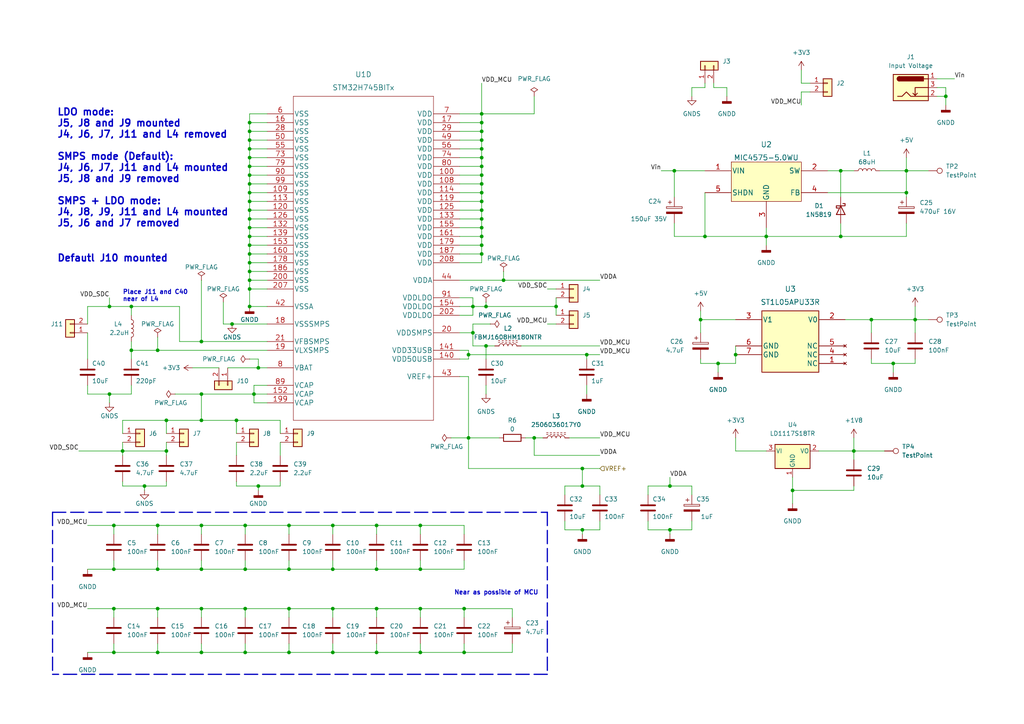
<source format=kicad_sch>
(kicad_sch (version 20211123) (generator eeschema)
  (paper "A4")
  (title_block (title "Power") (date "2022-11-20") (rev "Rev. 1") (company "HardGFX") (comment 1 "Esp. Eng. Sciarrone, Hanes Nahuel") (comment 2 "Master in embedded systems") (comment 3 "UBA - Facultad de Ingeniería"))
  (junction (at 137.16 88.9))
  (junction (at 140.97 88.9))
  (junction (at 72.39 38.1))
  (junction (at 48.26 130.81))
  (junction (at 58.42 152.4))
  (junction (at 45.72 176.53))
  (junction (at 68.58 121.92))
  (junction (at 83.82 152.4))
  (junction (at 38.1 101.6))
  (junction (at 96.52 152.4))
  (junction (at 139.7 35.56))
  (junction (at 72.39 63.5))
  (junction (at 71.12 165.1))
  (junction (at 139.7 38.1))
  (junction (at 168.91 153.67))
  (junction (at 45.72 165.1))
  (junction (at 58.42 114.3))
  (junction (at 35.56 130.81))
  (junction (at 72.39 43.18))
  (junction (at 72.39 50.8))
  (junction (at 96.52 189.23))
  (junction (at 203.2 92.71))
  (junction (at 71.12 189.23))
  (junction (at 72.39 40.64))
  (junction (at 229.87 142.24))
  (junction (at 72.39 71.12))
  (junction (at 71.12 152.4))
  (junction (at 247.65 130.81))
  (junction (at 109.22 189.23))
  (junction (at 140.97 100.33))
  (junction (at 135.89 127))
  (junction (at 33.02 189.23))
  (junction (at 265.43 92.71))
  (junction (at 168.91 135.89))
  (junction (at 139.7 73.66))
  (junction (at 139.7 48.26))
  (junction (at 72.39 55.88))
  (junction (at 31.75 88.9))
  (junction (at 194.31 153.67))
  (junction (at 58.42 189.23))
  (junction (at 139.7 60.96))
  (junction (at 137.16 96.52))
  (junction (at 262.89 55.88))
  (junction (at 168.91 140.97))
  (junction (at 208.28 105.41))
  (junction (at 72.39 53.34))
  (junction (at 83.82 176.53))
  (junction (at 33.02 176.53))
  (junction (at 83.82 189.23))
  (junction (at 139.7 50.8))
  (junction (at 213.36 102.87))
  (junction (at 72.39 83.82))
  (junction (at 72.39 60.96))
  (junction (at 72.39 58.42))
  (junction (at 72.39 45.72))
  (junction (at 274.32 27.94))
  (junction (at 72.39 35.56))
  (junction (at 135.89 102.87))
  (junction (at 139.7 63.5))
  (junction (at 139.7 58.42))
  (junction (at 96.52 165.1))
  (junction (at 58.42 165.1))
  (junction (at 109.22 165.1))
  (junction (at 109.22 176.53))
  (junction (at 121.92 152.4))
  (junction (at 262.89 49.53))
  (junction (at 72.39 68.58))
  (junction (at 83.82 165.1))
  (junction (at 243.84 68.58))
  (junction (at 139.7 45.72))
  (junction (at 121.92 189.23))
  (junction (at 139.7 40.64))
  (junction (at 33.02 165.1))
  (junction (at 139.7 53.34))
  (junction (at 139.7 55.88))
  (junction (at 96.52 176.53))
  (junction (at 161.29 88.9))
  (junction (at 259.08 105.41))
  (junction (at 139.7 66.04))
  (junction (at 170.18 102.87))
  (junction (at 38.1 88.9))
  (junction (at 154.94 127))
  (junction (at 33.02 152.4))
  (junction (at 121.92 176.53))
  (junction (at 72.39 76.2))
  (junction (at 204.47 68.58))
  (junction (at 45.72 189.23))
  (junction (at 121.92 165.1))
  (junction (at 45.72 152.4))
  (junction (at 139.7 71.12))
  (junction (at 139.7 33.02))
  (junction (at 222.25 68.58))
  (junction (at 72.39 66.04))
  (junction (at 58.42 99.06))
  (junction (at 195.58 49.53))
  (junction (at 134.62 176.53))
  (junction (at 45.72 101.6))
  (junction (at 41.91 140.97))
  (junction (at 58.42 176.53))
  (junction (at 146.05 81.28))
  (junction (at 72.39 48.26))
  (junction (at 72.39 88.9))
  (junction (at 139.7 68.58))
  (junction (at 74.93 106.68))
  (junction (at 31.75 114.3))
  (junction (at 71.12 176.53))
  (junction (at 73.66 114.3))
  (junction (at 139.7 43.18))
  (junction (at 243.84 49.53))
  (junction (at 67.31 93.98))
  (junction (at 72.39 78.74))
  (junction (at 109.22 152.4))
  (junction (at 48.26 121.92))
  (junction (at 134.62 189.23))
  (junction (at 252.73 92.71))
  (junction (at 194.31 140.97))
  (junction (at 72.39 81.28))
  (junction (at 72.39 73.66))
  (junction (at 58.42 121.92))
  (junction (at 74.93 140.97))
  (wire (pts (xy 154.94 127) (xy 157.48 127)))
  (wire (pts (xy 25.4 96.52) (xy 25.4 104.14)))
  (wire (pts (xy 74.93 140.97) (xy 74.93 142.24)))
  (wire (pts (xy 45.72 189.23) (xy 58.42 189.23)))
  (wire (pts (xy 262.89 64.77) (xy 262.89 68.58)))
  (wire (pts (xy 139.7 53.34) (xy 139.7 50.8)))
  (wire (pts (xy 139.7 38.1) (xy 139.7 35.56)))
  (wire (pts (xy 234.95 24.13) (xy 232.41 24.13)))
  (wire (pts (xy 72.39 55.88) (xy 72.39 53.34)))
  (wire (pts (xy 265.43 92.71) (xy 265.43 96.52)))
  (wire (pts (xy 139.7 63.5) (xy 139.7 60.96)))
  (wire (pts (xy 38.1 114.3) (xy 31.75 114.3)))
  (wire (pts (xy 133.35 68.58) (xy 139.7 68.58)))
  (wire (pts (xy 38.1 99.06) (xy 38.1 101.6)))
  (wire (pts (xy 68.58 140.97) (xy 74.93 140.97)))
  (wire (pts (xy 33.02 162.56) (xy 33.02 165.1)))
  (wire (pts (xy 35.56 130.81) (xy 48.26 130.81)))
  (wire (pts (xy 146.05 81.28) (xy 173.99 81.28)))
  (wire (pts (xy 66.04 106.68) (xy 74.93 106.68)))
  (wire (pts (xy 133.35 48.26) (xy 139.7 48.26)))
  (wire (pts (xy 163.83 143.51) (xy 163.83 140.97)))
  (wire (pts (xy 262.89 45.72) (xy 262.89 49.53)))
  (wire (pts (xy 72.39 78.74) (xy 77.47 78.74)))
  (wire (pts (xy 96.52 152.4) (xy 109.22 152.4)))
  (wire (pts (xy 58.42 189.23) (xy 71.12 189.23)))
  (wire (pts (xy 58.42 165.1) (xy 71.12 165.1)))
  (wire (pts (xy 139.7 35.56) (xy 139.7 33.02)))
  (wire (pts (xy 68.58 125.73) (xy 68.58 121.92)))
  (wire (pts (xy 173.99 153.67) (xy 168.91 153.67)))
  (wire (pts (xy 72.39 76.2) (xy 72.39 73.66)))
  (wire (pts (xy 45.72 152.4) (xy 45.72 154.94)))
  (wire (pts (xy 173.99 151.13) (xy 173.99 153.67)))
  (wire (pts (xy 25.4 111.76) (xy 25.4 114.3)))
  (wire (pts (xy 262.89 55.88) (xy 262.89 57.15)))
  (wire (pts (xy 72.39 55.88) (xy 77.47 55.88)))
  (wire (pts (xy 55.88 106.68) (xy 63.5 106.68)))
  (wire (pts (xy 73.66 114.3) (xy 58.42 114.3)))
  (wire (pts (xy 58.42 176.53) (xy 58.42 179.07)))
  (wire (pts (xy 195.58 49.53) (xy 195.58 57.15)))
  (wire (pts (xy 135.89 109.22) (xy 133.35 109.22)))
  (wire (pts (xy 45.72 97.79) (xy 45.72 101.6)))
  (wire (pts (xy 240.03 49.53) (xy 243.84 49.53)))
  (wire (pts (xy 134.62 189.23) (xy 134.62 186.69)))
  (wire (pts (xy 274.32 27.94) (xy 274.32 30.48)))
  (wire (pts (xy 222.25 66.04) (xy 222.25 68.58)))
  (wire (pts (xy 83.82 189.23) (xy 96.52 189.23)))
  (wire (pts (xy 81.28 125.73) (xy 81.28 121.92)))
  (wire (pts (xy 139.7 48.26) (xy 139.7 45.72)))
  (wire (pts (xy 109.22 176.53) (xy 109.22 179.07)))
  (wire (pts (xy 72.39 83.82) (xy 77.47 83.82)))
  (wire (pts (xy 58.42 152.4) (xy 58.42 154.94)))
  (wire (pts (xy 71.12 189.23) (xy 83.82 189.23)))
  (wire (pts (xy 133.35 43.18) (xy 139.7 43.18)))
  (wire (pts (xy 262.89 49.53) (xy 262.89 55.88)))
  (wire (pts (xy 252.73 104.14) (xy 252.73 105.41)))
  (wire (pts (xy 52.07 88.9) (xy 38.1 88.9)))
  (wire (pts (xy 229.87 142.24) (xy 229.87 146.05)))
  (wire (pts (xy 48.26 121.92) (xy 48.26 125.73)))
  (wire (pts (xy 133.35 55.88) (xy 139.7 55.88)))
  (wire (pts (xy 133.35 71.12) (xy 139.7 71.12)))
  (wire (pts (xy 109.22 176.53) (xy 121.92 176.53)))
  (wire (pts (xy 31.75 88.9) (xy 31.75 86.36)))
  (wire (pts (xy 72.39 50.8) (xy 77.47 50.8)))
  (wire (pts (xy 72.39 58.42) (xy 72.39 55.88)))
  (wire (pts (xy 200.66 140.97) (xy 194.31 140.97)))
  (wire (pts (xy 109.22 165.1) (xy 121.92 165.1)))
  (polyline (pts (xy 158.75 195.58) (xy 15.24 195.58)) (stroke (width 0.35)))
  (wire (pts (xy 134.62 152.4) (xy 134.62 154.94)))
  (wire (pts (xy 33.02 186.69) (xy 33.02 189.23)))
  (wire (pts (xy 68.58 121.92) (xy 58.42 121.92)))
  (wire (pts (xy 168.91 135.89) (xy 135.89 135.89)))
  (wire (pts (xy 208.28 105.41) (xy 208.28 107.95)))
  (wire (pts (xy 133.35 73.66) (xy 139.7 73.66)))
  (wire (pts (xy 234.95 26.67) (xy 232.41 26.67)))
  (wire (pts (xy 139.7 68.58) (xy 139.7 66.04)))
  (wire (pts (xy 74.93 106.68) (xy 77.47 106.68)))
  (wire (pts (xy 71.12 176.53) (xy 83.82 176.53)))
  (wire (pts (xy 135.89 135.89) (xy 135.89 127)))
  (wire (pts (xy 200.66 143.51) (xy 200.66 140.97)))
  (wire (pts (xy 45.72 176.53) (xy 45.72 179.07)))
  (wire (pts (xy 232.41 26.67) (xy 232.41 30.48)))
  (wire (pts (xy 204.47 24.13) (xy 204.47 25.4)))
  (wire (pts (xy 262.89 49.53) (xy 269.24 49.53)))
  (wire (pts (xy 38.1 101.6) (xy 45.72 101.6)))
  (wire (pts (xy 252.73 92.71) (xy 252.73 96.52)))
  (wire (pts (xy 72.39 45.72) (xy 72.39 43.18)))
  (wire (pts (xy 262.89 68.58) (xy 243.84 68.58)))
  (wire (pts (xy 165.1 127) (xy 173.99 127)))
  (wire (pts (xy 140.97 88.9) (xy 137.16 88.9)))
  (wire (pts (xy 265.43 88.9) (xy 265.43 92.71)))
  (wire (pts (xy 72.39 50.8) (xy 72.39 48.26)))
  (wire (pts (xy 154.94 33.02) (xy 139.7 33.02)))
  (wire (pts (xy 187.96 151.13) (xy 187.96 153.67)))
  (wire (pts (xy 203.2 92.71) (xy 203.2 96.52)))
  (wire (pts (xy 109.22 186.69) (xy 109.22 189.23)))
  (wire (pts (xy 207.01 25.4) (xy 210.82 25.4)))
  (wire (pts (xy 133.35 86.36) (xy 137.16 86.36)))
  (wire (pts (xy 161.29 88.9) (xy 140.97 88.9)))
  (wire (pts (xy 72.39 83.82) (xy 72.39 88.9)))
  (wire (pts (xy 237.49 130.81) (xy 247.65 130.81)))
  (wire (pts (xy 173.99 143.51) (xy 173.99 140.97)))
  (wire (pts (xy 135.89 101.6) (xy 135.89 102.87)))
  (wire (pts (xy 72.39 35.56) (xy 72.39 33.02)))
  (wire (pts (xy 83.82 152.4) (xy 83.82 154.94)))
  (wire (pts (xy 72.39 66.04) (xy 72.39 63.5)))
  (wire (pts (xy 170.18 102.87) (xy 173.99 102.87)))
  (polyline (pts (xy 15.24 148.59) (xy 158.75 148.59)) (stroke (width 0.35)))
  (wire (pts (xy 213.36 100.33) (xy 213.36 102.87)))
  (wire (pts (xy 33.02 176.53) (xy 33.02 179.07)))
  (wire (pts (xy 139.7 66.04) (xy 139.7 63.5)))
  (wire (pts (xy 72.39 53.34) (xy 77.47 53.34)))
  (wire (pts (xy 133.35 101.6) (xy 135.89 101.6)))
  (wire (pts (xy 252.73 105.41) (xy 259.08 105.41)))
  (wire (pts (xy 135.89 102.87) (xy 170.18 102.87)))
  (wire (pts (xy 83.82 176.53) (xy 83.82 179.07)))
  (wire (pts (xy 133.35 96.52) (xy 137.16 96.52)))
  (wire (pts (xy 58.42 121.92) (xy 48.26 121.92)))
  (wire (pts (xy 83.82 165.1) (xy 96.52 165.1)))
  (wire (pts (xy 72.39 63.5) (xy 77.47 63.5)))
  (wire (pts (xy 72.39 53.34) (xy 72.39 50.8)))
  (wire (pts (xy 71.12 186.69) (xy 71.12 189.23)))
  (wire (pts (xy 265.43 92.71) (xy 269.24 92.71)))
  (wire (pts (xy 139.7 73.66) (xy 139.7 71.12)))
  (wire (pts (xy 72.39 33.02) (xy 77.47 33.02)))
  (wire (pts (xy 58.42 176.53) (xy 71.12 176.53)))
  (wire (pts (xy 72.39 76.2) (xy 77.47 76.2)))
  (wire (pts (xy 71.12 165.1) (xy 83.82 165.1)))
  (wire (pts (xy 72.39 66.04) (xy 77.47 66.04)))
  (wire (pts (xy 133.35 76.2) (xy 139.7 76.2)))
  (wire (pts (xy 133.35 91.44) (xy 137.16 91.44)))
  (wire (pts (xy 35.56 128.27) (xy 35.56 130.81)))
  (wire (pts (xy 109.22 189.23) (xy 121.92 189.23)))
  (wire (pts (xy 140.97 111.76) (xy 140.97 114.3)))
  (wire (pts (xy 274.32 25.4) (xy 274.32 27.94)))
  (wire (pts (xy 187.96 143.51) (xy 187.96 140.97)))
  (wire (pts (xy 173.99 135.89) (xy 168.91 135.89)))
  (wire (pts (xy 25.4 152.4) (xy 33.02 152.4)))
  (wire (pts (xy 213.36 92.71) (xy 203.2 92.71)))
  (wire (pts (xy 204.47 49.53) (xy 195.58 49.53)))
  (wire (pts (xy 151.13 100.33) (xy 173.99 100.33)))
  (wire (pts (xy 161.29 88.9) (xy 161.29 91.44)))
  (wire (pts (xy 139.7 33.02) (xy 139.7 24.13)))
  (wire (pts (xy 45.72 152.4) (xy 58.42 152.4)))
  (wire (pts (xy 243.84 49.53) (xy 243.84 57.15)))
  (wire (pts (xy 130.81 127) (xy 135.89 127)))
  (wire (pts (xy 72.39 43.18) (xy 72.39 40.64)))
  (wire (pts (xy 72.39 104.14) (xy 74.93 104.14)))
  (wire (pts (xy 83.82 152.4) (xy 96.52 152.4)))
  (wire (pts (xy 163.83 153.67) (xy 168.91 153.67)))
  (wire (pts (xy 271.78 25.4) (xy 274.32 25.4)))
  (wire (pts (xy 72.39 38.1) (xy 77.47 38.1)))
  (wire (pts (xy 83.82 162.56) (xy 83.82 165.1)))
  (wire (pts (xy 243.84 49.53) (xy 247.65 49.53)))
  (wire (pts (xy 121.92 152.4) (xy 134.62 152.4)))
  (wire (pts (xy 191.77 49.53) (xy 195.58 49.53)))
  (wire (pts (xy 71.12 176.53) (xy 71.12 179.07)))
  (wire (pts (xy 168.91 153.67) (xy 168.91 154.94)))
  (wire (pts (xy 72.39 78.74) (xy 72.39 76.2)))
  (wire (pts (xy 158.75 83.82) (xy 161.29 83.82)))
  (wire (pts (xy 139.7 43.18) (xy 139.7 40.64)))
  (wire (pts (xy 48.26 128.27) (xy 48.26 130.81)))
  (wire (pts (xy 109.22 152.4) (xy 109.22 154.94)))
  (wire (pts (xy 207.01 24.13) (xy 207.01 25.4)))
  (wire (pts (xy 140.97 100.33) (xy 140.97 104.14)))
  (wire (pts (xy 64.77 93.98) (xy 67.31 93.98)))
  (wire (pts (xy 68.58 128.27) (xy 68.58 132.08)))
  (wire (pts (xy 161.29 86.36) (xy 161.29 88.9)))
  (wire (pts (xy 96.52 186.69) (xy 96.52 189.23)))
  (wire (pts (xy 222.25 68.58) (xy 222.25 71.12)))
  (wire (pts (xy 154.94 132.08) (xy 154.94 127)))
  (wire (pts (xy 72.39 60.96) (xy 72.39 58.42)))
  (wire (pts (xy 146.05 78.74) (xy 146.05 81.28)))
  (wire (pts (xy 203.2 90.17) (xy 203.2 92.71)))
  (wire (pts (xy 200.66 25.4) (xy 200.66 27.94)))
  (wire (pts (xy 265.43 105.41) (xy 259.08 105.41)))
  (wire (pts (xy 83.82 186.69) (xy 83.82 189.23)))
  (wire (pts (xy 72.39 68.58) (xy 77.47 68.58)))
  (wire (pts (xy 71.12 152.4) (xy 83.82 152.4)))
  (wire (pts (xy 194.31 140.97) (xy 194.31 138.43)))
  (wire (pts (xy 72.39 58.42) (xy 77.47 58.42)))
  (wire (pts (xy 140.97 100.33) (xy 143.51 100.33)))
  (wire (pts (xy 96.52 152.4) (xy 96.52 154.94)))
  (wire (pts (xy 121.92 162.56) (xy 121.92 165.1)))
  (wire (pts (xy 96.52 165.1) (xy 109.22 165.1)))
  (wire (pts (xy 31.75 114.3) (xy 31.75 116.84)))
  (wire (pts (xy 72.39 43.18) (xy 77.47 43.18)))
  (wire (pts (xy 33.02 176.53) (xy 45.72 176.53)))
  (wire (pts (xy 74.93 104.14) (xy 74.93 106.68)))
  (wire (pts (xy 72.39 48.26) (xy 72.39 45.72)))
  (wire (pts (xy 45.72 186.69) (xy 45.72 189.23)))
  (wire (pts (xy 109.22 152.4) (xy 121.92 152.4)))
  (wire (pts (xy 200.66 151.13) (xy 200.66 153.67)))
  (wire (pts (xy 245.11 92.71) (xy 252.73 92.71)))
  (wire (pts (xy 133.35 33.02) (xy 139.7 33.02)))
  (wire (pts (xy 243.84 68.58) (xy 222.25 68.58)))
  (wire (pts (xy 38.1 111.76) (xy 38.1 114.3)))
  (wire (pts (xy 139.7 50.8) (xy 139.7 48.26)))
  (wire (pts (xy 72.39 60.96) (xy 77.47 60.96)))
  (wire (pts (xy 52.07 99.06) (xy 52.07 88.9)))
  (wire (pts (xy 25.4 176.53) (xy 33.02 176.53)))
  (wire (pts (xy 133.35 40.64) (xy 139.7 40.64)))
  (wire (pts (xy 58.42 81.28) (xy 58.42 99.06)))
  (wire (pts (xy 72.39 73.66) (xy 77.47 73.66)))
  (wire (pts (xy 213.36 127) (xy 213.36 130.81)))
  (wire (pts (xy 48.26 121.92) (xy 35.56 121.92)))
  (wire (pts (xy 133.35 50.8) (xy 139.7 50.8)))
  (wire (pts (xy 148.59 186.69) (xy 148.59 189.23)))
  (wire (pts (xy 195.58 64.77) (xy 195.58 68.58)))
  (wire (pts (xy 50.8 114.3) (xy 58.42 114.3)))
  (wire (pts (xy 25.4 93.98) (xy 25.4 88.9)))
  (wire (pts (xy 204.47 55.88) (xy 204.47 68.58)))
  (wire (pts (xy 72.39 40.64) (xy 72.39 38.1)))
  (wire (pts (xy 41.91 140.97) (xy 48.26 140.97)))
  (wire (pts (xy 133.35 35.56) (xy 139.7 35.56)))
  (wire (pts (xy 154.94 27.94) (xy 154.94 33.02)))
  (wire (pts (xy 135.89 127) (xy 135.89 109.22)))
  (wire (pts (xy 200.66 153.67) (xy 194.31 153.67)))
  (wire (pts (xy 142.24 93.98) (xy 137.16 93.98)))
  (wire (pts (xy 83.82 176.53) (xy 96.52 176.53)))
  (wire (pts (xy 121.92 165.1) (xy 134.62 165.1)))
  (wire (pts (xy 71.12 162.56) (xy 71.12 165.1)))
  (wire (pts (xy 96.52 189.23) (xy 109.22 189.23)))
  (wire (pts (xy 25.4 165.1) (xy 33.02 165.1)))
  (wire (pts (xy 77.47 99.06) (xy 58.42 99.06)))
  (wire (pts (xy 121.92 189.23) (xy 134.62 189.23)))
  (wire (pts (xy 121.92 152.4) (xy 121.92 154.94)))
  (wire (pts (xy 58.42 186.69) (xy 58.42 189.23)))
  (polyline (pts (xy 15.24 148.59) (xy 15.24 195.58)) (stroke (width 0.35)))
  (wire (pts (xy 81.28 121.92) (xy 68.58 121.92)))
  (wire (pts (xy 137.16 86.36) (xy 137.16 88.9)))
  (wire (pts (xy 96.52 162.56) (xy 96.52 165.1)))
  (wire (pts (xy 72.39 71.12) (xy 72.39 68.58)))
  (wire (pts (xy 158.75 93.98) (xy 161.29 93.98)))
  (wire (pts (xy 72.39 48.26) (xy 77.47 48.26)))
  (wire (pts (xy 137.16 88.9) (xy 133.35 88.9)))
  (wire (pts (xy 121.92 176.53) (xy 134.62 176.53)))
  (wire (pts (xy 232.41 24.13) (xy 232.41 20.32)))
  (wire (pts (xy 77.47 114.3) (xy 73.66 114.3)))
  (wire (pts (xy 72.39 45.72) (xy 77.47 45.72)))
  (wire (pts (xy 67.31 93.98) (xy 77.47 93.98)))
  (wire (pts (xy 170.18 102.87) (xy 170.18 104.14)))
  (wire (pts (xy 133.35 53.34) (xy 139.7 53.34)))
  (wire (pts (xy 247.65 130.81) (xy 256.54 130.81)))
  (wire (pts (xy 77.47 111.76) (xy 73.66 111.76)))
  (wire (pts (xy 41.91 140.97) (xy 41.91 142.24)))
  (wire (pts (xy 134.62 176.53) (xy 134.62 179.07)))
  (wire (pts (xy 203.2 105.41) (xy 208.28 105.41)))
  (wire (pts (xy 35.56 140.97) (xy 41.91 140.97)))
  (wire (pts (xy 71.12 152.4) (xy 71.12 154.94)))
  (wire (pts (xy 229.87 138.43) (xy 229.87 142.24)))
  (wire (pts (xy 148.59 179.07) (xy 148.59 176.53)))
  (wire (pts (xy 133.35 63.5) (xy 139.7 63.5)))
  (wire (pts (xy 72.39 83.82) (xy 72.39 81.28)))
  (wire (pts (xy 139.7 60.96) (xy 139.7 58.42)))
  (wire (pts (xy 173.99 132.08) (xy 154.94 132.08)))
  (wire (pts (xy 247.65 130.81) (xy 247.65 133.35)))
  (wire (pts (xy 187.96 153.67) (xy 194.31 153.67)))
  (wire (pts (xy 139.7 45.72) (xy 139.7 43.18)))
  (wire (pts (xy 133.35 60.96) (xy 139.7 60.96)))
  (wire (pts (xy 271.78 27.94) (xy 274.32 27.94)))
  (wire (pts (xy 72.39 63.5) (xy 72.39 60.96)))
  (wire (pts (xy 213.36 105.41) (xy 213.36 102.87)))
  (wire (pts (xy 133.35 104.14) (xy 135.89 104.14)))
  (wire (pts (xy 194.31 153.67) (xy 194.31 154.94)))
  (wire (pts (xy 137.16 93.98) (xy 137.16 96.52)))
  (wire (pts (xy 48.26 140.97) (xy 48.26 139.7)))
  (wire (pts (xy 170.18 111.76) (xy 170.18 114.3)))
  (wire (pts (xy 72.39 81.28) (xy 77.47 81.28)))
  (wire (pts (xy 72.39 71.12) (xy 77.47 71.12)))
  (wire (pts (xy 72.39 40.64) (xy 77.47 40.64)))
  (wire (pts (xy 133.35 58.42) (xy 139.7 58.42)))
  (wire (pts (xy 187.96 140.97) (xy 194.31 140.97)))
  (wire (pts (xy 72.39 68.58) (xy 72.39 66.04)))
  (wire (pts (xy 22.86 130.81) (xy 35.56 130.81)))
  (wire (pts (xy 135.89 127) (xy 144.78 127)))
  (wire (pts (xy 133.35 45.72) (xy 139.7 45.72)))
  (wire (pts (xy 139.7 71.12) (xy 139.7 68.58)))
  (wire (pts (xy 204.47 25.4) (xy 200.66 25.4)))
  (wire (pts (xy 77.47 116.84) (xy 73.66 116.84)))
  (wire (pts (xy 137.16 96.52) (xy 137.16 100.33)))
  (wire (pts (xy 195.58 68.58) (xy 204.47 68.58)))
  (wire (pts (xy 133.35 66.04) (xy 139.7 66.04)))
  (wire (pts (xy 204.47 68.58) (xy 222.25 68.58)))
  (wire (pts (xy 45.72 165.1) (xy 58.42 165.1)))
  (wire (pts (xy 96.52 176.53) (xy 96.52 179.07)))
  (wire (pts (xy 38.1 91.44) (xy 38.1 88.9)))
  (wire (pts (xy 213.36 130.81) (xy 222.25 130.81)))
  (wire (pts (xy 33.02 152.4) (xy 45.72 152.4)))
  (wire (pts (xy 73.66 111.76) (xy 73.66 114.3)))
  (wire (pts (xy 252.73 92.71) (xy 265.43 92.71)))
  (wire (pts (xy 133.35 81.28) (xy 146.05 81.28)))
  (wire (pts (xy 72.39 88.9) (xy 77.47 88.9)))
  (wire (pts (xy 35.56 130.81) (xy 35.56 132.08)))
  (wire (pts (xy 38.1 101.6) (xy 38.1 104.14)))
  (wire (pts (xy 58.42 114.3) (xy 58.42 121.92)))
  (wire (pts (xy 72.39 73.66) (xy 72.39 71.12)))
  (wire (pts (xy 259.08 105.41) (xy 259.08 107.95)))
  (wire (pts (xy 74.93 140.97) (xy 81.28 140.97)))
  (wire (pts (xy 96.52 176.53) (xy 109.22 176.53)))
  (wire (pts (xy 64.77 87.63) (xy 64.77 93.98)))
  (wire (pts (xy 140.97 87.63) (xy 140.97 88.9)))
  (wire (pts (xy 203.2 104.14) (xy 203.2 105.41)))
  (wire (pts (xy 135.89 104.14) (xy 135.89 102.87)))
  (wire (pts (xy 255.27 49.53) (xy 262.89 49.53)))
  (wire (pts (xy 271.78 22.86) (xy 276.86 22.86)))
  (wire (pts (xy 139.7 76.2) (xy 139.7 73.66)))
  (wire (pts (xy 58.42 99.06) (xy 52.07 99.06)))
  (wire (pts (xy 137.16 100.33) (xy 140.97 100.33)))
  (wire (pts (xy 81.28 128.27) (xy 81.28 132.08)))
  (wire (pts (xy 240.03 55.88) (xy 262.89 55.88)))
  (wire (pts (xy 81.28 140.97) (xy 81.28 139.7)))
  (wire (pts (xy 247.65 140.97) (xy 247.65 142.24)))
  (wire (pts (xy 265.43 104.14) (xy 265.43 105.41)))
  (wire (pts (xy 173.99 140.97) (xy 168.91 140.97)))
  (polyline (pts (xy 158.75 148.59) (xy 158.75 195.58)) (stroke (width 0.35)))
  (wire (pts (xy 25.4 88.9) (xy 31.75 88.9)))
  (wire (pts (xy 73.66 116.84) (xy 73.66 114.3)))
  (wire (pts (xy 121.92 176.53) (xy 121.92 179.07)))
  (wire (pts (xy 243.84 64.77) (xy 243.84 68.58)))
  (wire (pts (xy 68.58 139.7) (xy 68.58 140.97)))
  (wire (pts (xy 38.1 88.9) (xy 31.75 88.9)))
  (wire (pts (xy 45.72 176.53) (xy 58.42 176.53)))
  (wire (pts (xy 148.59 189.23) (xy 134.62 189.23)))
  (wire (pts (xy 134.62 165.1) (xy 134.62 162.56)))
  (wire (pts (xy 139.7 58.42) (xy 139.7 55.88)))
  (wire (pts (xy 139.7 55.88) (xy 139.7 53.34)))
  (wire (pts (xy 45.72 101.6) (xy 77.47 101.6)))
  (wire (pts (xy 109.22 162.56) (xy 109.22 165.1)))
  (wire (pts (xy 31.75 114.3) (xy 25.4 114.3)))
  (wire (pts (xy 168.91 140.97) (xy 168.91 135.89)))
  (wire (pts (xy 33.02 165.1) (xy 45.72 165.1)))
  (wire (pts (xy 121.92 186.69) (xy 121.92 189.23)))
  (wire (pts (xy 72.39 35.56) (xy 77.47 35.56)))
  (wire (pts (xy 72.39 38.1) (xy 72.39 35.56)))
  (wire (pts (xy 137.16 91.44) (xy 137.16 88.9)))
  (wire (pts (xy 163.83 151.13) (xy 163.83 153.67)))
  (wire (pts (xy 25.4 189.23) (xy 33.02 189.23)))
  (wire (pts (xy 133.35 38.1) (xy 139.7 38.1)))
  (wire (pts (xy 72.39 81.28) (xy 72.39 78.74)))
  (wire (pts (xy 139.7 40.64) (xy 139.7 38.1)))
  (wire (pts (xy 208.28 105.41) (xy 213.36 105.41)))
  (wire (pts (xy 33.02 152.4) (xy 33.02 154.94)))
  (wire (pts (xy 210.82 25.4) (xy 210.82 27.94)))
  (wire (pts (xy 148.59 176.53) (xy 134.62 176.53)))
  (wire (pts (xy 33.02 189.23) (xy 45.72 189.23)))
  (wire (pts (xy 152.4 127) (xy 154.94 127)))
  (wire (pts (xy 48.26 130.81) (xy 48.26 132.08)))
  (wire (pts (xy 163.83 140.97) (xy 168.91 140.97)))
  (wire (pts (xy 58.42 162.56) (xy 58.42 165.1)))
  (wire (pts (xy 35.56 139.7) (xy 35.56 140.97)))
  (wire (pts (xy 35.56 121.92) (xy 35.56 125.73)))
  (wire (pts (xy 45.72 162.56) (xy 45.72 165.1)))
  (wire (pts (xy 247.65 127) (xy 247.65 130.81)))
  (wire (pts (xy 247.65 142.24) (xy 229.87 142.24)))
  (wire (pts (xy 58.42 152.4) (xy 71.12 152.4)))
  (text "Place J11 and C40\nnear of L4" (at 35.56 87.63 0) (effects (font (size 1.27 1.27) (thickness 0.254) bold) (justify left bottom)))
  (text "LDO mode:\nJ5, J8 and J9 mounted\nJ4, J6, J7, J11 and L4 removed\n\nSMPS mode (Default):\nJ4, J6, J7, J11 and L4 mounted\nJ5, J8 and J9 removed\n\nSMPS + LDO mode:\nJ4, J8, J9, J11 and L4 mounted\nJ5, J6 and J7 removed" (at 16.51 66.04 0) (effects (font (size 2 2) (thickness 0.4) bold) (justify left bottom)))
  (text "Defautl J10 mounted" (at 16.51 76.2 0) (effects (font (size 2 2) (thickness 0.4) bold) (justify left bottom)))
  (text "Near as possible of MCU" (at 156.21 172.72 180) (effects (font (size 1.27 1.27) (thickness 0.254) bold) (justify right bottom)))
  (label "VDD_MCU" (at 173.99 127 0))
  (label "VDD_MCU" (at 173.99 102.87 0))
  (label "VDDA" (at 173.99 81.28 0))
  (label "VDDA" (at 194.31 138.43 0))
  (label "VDDA" (at 173.99 132.08 0))
  (label "VDD_MCU" (at 139.7 24.13 0))
  (label "VDD_SDC" (at 158.75 83.82 180))
  (label "VDD_MCU" (at 232.41 30.48 180))
  (label "VDD_MCU" (at 25.4 152.4 180))
  (label "VDD_SDC" (at 22.86 130.81 180))
  (label "VDD_MCU" (at 25.4 176.53 180))
  (label "VDD_MCU" (at 173.99 100.33 0))
  (label "VDD_SDC" (at 31.75 86.36 180))
  (label "Vin" (at 191.77 49.53 180))
  (label "Vin" (at 276.86 22.86 0))
  (label "VDD_MCU" (at 158.75 93.98 180))
  (hierarchical_label "VREF+" (shape input) (at 173.99 135.89 0))
  (symbol (lib_id "power:GNDD") (at 170.18 114.3 0) (unit 1)
    (property "Reference" "#PWR022" (effects hide))
    (property "Value" "GNDD" (at 170.18 119.38 0))
  )
  (symbol (lib_id "Device:C") (at 48.26 135.89 0) (unit 1)
    (property "Reference" "C37" (at 52.07 134.6199 0) (effects (justify left)))
    (property "Value" "4.7uF" (at 52.07 137.1599 0) (effects (justify left)))
    (property "Footprint" "Capacitor_SMD:C_0603_1608Metric_Pad1.08x0.95mm_HandSolder" (effects hide))
    (property "Datasheet" "https://search.murata.co.jp/Ceramy/image/img/A01X/G101/ENG/GRM185R61A475ME11-01.pdf" (effects hide))
    (property "MANUFACTURER" "Murata Electronics" (effects hide))
    (property "digikey#" "490-16348-1-ND" (effects hide))
    (property "manf#" "GRM185R61A475ME11D" (effects hide))
    (property "mouser#" "81-GRM185R61A475ME1D" (effects hide))
  )
  (symbol (lib_id "Connector_Generic:Conn_01x02") (at 40.64 125.73 0) (unit 1)
    (property "Reference" "J6" (at 43.18 125.7299 0) (effects (justify left)))
    (property "Value" "Conn_01x02" (effects hide))
    (property "Footprint" "Connector_PinHeader_2.54mm:PinHeader_1x02_P2.54mm_Vertical" (effects hide))
    (property "Datasheet" "http://suddendocs.samtec.com/catalog_english/tsw_th.pdf" (effects hide))
    (property "MANUFACTURER" "Samtec Inc." (effects hide))
    (property "digikey#" "SAM1029-02-ND" (effects hide))
    (property "manf#" "TSW-102-07-G-S" (effects hide))
    (property "mouser#" "200-TSW10207GS" (effects hide))
  )
  (symbol (lib_id "power:+5V") (at 203.2 90.17 0) (unit 1)
    (property "Reference" "#PWR010" (effects hide))
    (property "Value" "+5V" (at 203.2 85.09 0))
  )
  (symbol (lib_id "Device:C") (at 173.99 147.32 0) (unit 1)
    (property "Reference" "C33" (at 175.26 144.78 0) (effects (justify left)))
    (property "Value" "100nF" (at 175.26 149.86 0) (effects (justify left)))
    (property "Footprint" "Capacitor_SMD:C_0603_1608Metric_Pad1.08x0.95mm_HandSolder" (effects hide))
    (property "Datasheet" "https://www.yageo.com/upload/media/product/productsearch/datasheet/mlcc/UPY-GPHC_X7R_6.3V-to-50V_20.pdf" (effects hide))
    (property "MANUFACTURER" "YAGEO" (effects hide))
    (property "digikey#" "311-1088-1-ND" (effects hide))
    (property "manf#" "CC0603KRX7R7BB104" (effects hide))
    (property "mouser#" "603-CC603KRX7R7BB104" (effects hide))
  )
  (symbol (lib_id "Device:C") (at 81.28 135.89 0) (unit 1)
    (property "Reference" "C39" (at 85.09 134.6199 0) (effects (justify left)))
    (property "Value" "2.2uF" (at 85.09 137.1599 0) (effects (justify left)))
    (property "Footprint" "Capacitor_SMD:C_0603_1608Metric_Pad1.08x0.95mm_HandSolder" (effects hide))
    (property "Datasheet" "https://www.yageo.com/upload/media/product/productsearch/datasheet/mlcc/UPY-GPHC_X5R_4V-to-50V_26.pdf" (effects hide))
    (property "MANUFACTURER" "YAGEO" (effects hide))
    (property "digikey#" "311-1451-1-ND" (effects hide))
    (property "manf#" "CC0603KRX5R6BB225" (effects hide))
    (property "mouser#" "603-CC603KRX5R6BB225" (effects hide))
  )
  (symbol (lib_id "power:GNDD") (at 25.4 189.23 0) (unit 1)
    (property "Reference" "#PWR09" (effects hide))
    (property "Value" "GNDD" (at 25.4 194.31 0))
  )
  (symbol (lib_id "Device:C") (at 121.92 182.88 0) (unit 1)
    (property "Reference" "C21" (at 125.73 181.6099 0) (effects (justify left)))
    (property "Value" "100nF" (at 125.73 184.1499 0) (effects (justify left)))
    (property "Footprint" "Capacitor_SMD:C_0603_1608Metric_Pad1.08x0.95mm_HandSolder" (effects hide))
    (property "Datasheet" "https://www.yageo.com/upload/media/product/productsearch/datasheet/mlcc/UPY-GPHC_X7R_6.3V-to-50V_20.pdf" (effects hide))
    (property "MANUFACTURER" "YAGEO" (effects hide))
    (property "digikey#" "311-1088-1-ND" (effects hide))
    (property "manf#" "CC0603KRX7R7BB104" (effects hide))
    (property "mouser#" "603-CC603KRX7R7BB104" (effects hide))
  )
  (symbol (lib_id "Device:C") (at 134.62 182.88 0) (unit 1)
    (property "Reference" "C22" (at 138.43 181.6099 0) (effects (justify left)))
    (property "Value" "100nF" (at 138.43 184.1499 0) (effects (justify left)))
    (property "Footprint" "Capacitor_SMD:C_0603_1608Metric_Pad1.08x0.95mm_HandSolder" (effects hide))
    (property "Datasheet" "https://www.yageo.com/upload/media/product/productsearch/datasheet/mlcc/UPY-GPHC_X7R_6.3V-to-50V_20.pdf" (effects hide))
    (property "MANUFACTURER" "YAGEO" (effects hide))
    (property "digikey#" "311-1088-1-ND" (effects hide))
    (property "manf#" "CC0603KRX7R7BB104" (effects hide))
    (property "mouser#" "603-CC603KRX7R7BB104" (effects hide))
  )
  (symbol (lib_id "Device:C") (at 58.42 158.75 0) (unit 1)
    (property "Reference" "C7" (at 62.23 157.4799 0) (effects (justify left)))
    (property "Value" "100nF" (at 62.23 160.0199 0) (effects (justify left)))
    (property "Footprint" "Capacitor_SMD:C_0603_1608Metric_Pad1.08x0.95mm_HandSolder" (effects hide))
    (property "Datasheet" "https://www.yageo.com/upload/media/product/productsearch/datasheet/mlcc/UPY-GPHC_X7R_6.3V-to-50V_20.pdf" (effects hide))
    (property "MANUFACTURER" "YAGEO" (effects hide))
    (property "digikey#" "311-1088-1-ND" (effects hide))
    (property "manf#" "CC0603KRX7R7BB104" (effects hide))
    (property "mouser#" "603-CC603KRX7R7BB104" (effects hide))
  )
  (symbol (lib_id "power:GNDD") (at 25.4 165.1 0) (unit 1)
    (property "Reference" "#PWR08" (effects hide))
    (property "Value" "GNDD" (at 25.4 170.18 0))
  )
  (symbol (lib_id "Connector_Generic:Conn_01x02") (at 204.47 19.05 90) (unit 1)
    (property "Reference" "J3" (at 209.55 17.7799 90) (effects (justify right)))
    (property "Value" "Conn_01x02" (effects hide))
    (property "Footprint" "Connector_PinHeader_2.54mm:PinHeader_1x02_P2.54mm_Vertical" (effects hide))
    (property "Datasheet" "http://suddendocs.samtec.com/catalog_english/tsw_th.pdf" (effects hide))
    (property "MANUFACTURER" "Samtec Inc." (effects hide))
    (property "digikey#" "SAM1029-02-ND" (effects hide))
    (property "manf#" "TSW-102-07-G-S" (effects hide))
    (property "mouser#" "200-TSW10207GS" (effects hide))
  )
  (symbol (lib_id "Device:L") (at 38.1 95.25 0) (unit 1)
    (property "Reference" "L4" (at 33.02 93.98 0) (effects (justify left)))
    (property "Value" "2.2uH" (at 31.75 96.52 0) (effects (justify left)))
    (property "Footprint" "LQM2MPN2R2NG0L:INDC2016X100N" (effects hide))
    (property "Datasheet" "https://search.murata.co.jp/Ceramy/image/img/P02/JELF243B-0022.pdf" (effects hide))
    (property "MANUFACTURER" "Murata Electronics" (effects hide))
    (property "digikey#" "490-7786-1-ND" (effects hide))
    (property "manf#" "LQM2MPN2R2NG0L" (effects hide))
    (property "mouser#" "81-LQM2MPN2R2NG0L" (effects hide))
  )
  (symbol (lib_id "power:GNDS") (at 31.75 116.84 0) (unit 1)
    (property "Reference" "#PWR031" (effects hide))
    (property "Value" "GNDS" (at 31.75 120.65 0))
  )
  (symbol (lib_id "Connector_Generic:Conn_01x02") (at 20.32 96.52 180) (unit 1)
    (property "Reference" "J11" (at 16.51 93.98 0))
    (property "Value" "Conn_01x02" (effects hide))
    (property "Footprint" "Connector_PinHeader_2.54mm:PinHeader_1x02_P2.54mm_Vertical" (effects hide))
    (property "Datasheet" "http://suddendocs.samtec.com/catalog_english/tsw_th.pdf" (effects hide))
    (property "MANUFACTURER" "Samtec Inc." (effects hide))
    (property "digikey#" "SAM1029-02-ND" (effects hide))
    (property "manf#" "TSW-102-07-G-S" (effects hide))
    (property "mouser#" "200-TSW10207GS" (effects hide))
  )
  (symbol (lib_id "Device:C") (at 33.02 158.75 0) (unit 1)
    (property "Reference" "C5" (at 36.83 157.4799 0) (effects (justify left)))
    (property "Value" "100nF" (at 36.83 160.0199 0) (effects (justify left)))
    (property "Footprint" "Capacitor_SMD:C_0603_1608Metric_Pad1.08x0.95mm_HandSolder" (effects hide))
    (property "Datasheet" "https://www.yageo.com/upload/media/product/productsearch/datasheet/mlcc/UPY-GPHC_X7R_6.3V-to-50V_20.pdf" (effects hide))
    (property "MANUFACTURER" "YAGEO" (effects hide))
    (property "digikey#" "311-1088-1-ND" (effects hide))
    (property "manf#" "CC0603KRX7R7BB104" (effects hide))
    (property "mouser#" "603-CC603KRX7R7BB104" (effects hide))
  )
  (symbol (lib_id "Connector_Generic:Conn_01x02") (at 73.66 125.73 0) (unit 1)
    (property "Reference" "J8" (at 76.2 125.7299 0) (effects (justify left)))
    (property "Value" "Conn_01x02" (effects hide))
    (property "Footprint" "Connector_PinHeader_2.54mm:PinHeader_1x02_P2.54mm_Vertical" (effects hide))
    (property "Datasheet" "http://suddendocs.samtec.com/catalog_english/tsw_th.pdf" (effects hide))
    (property "MANUFACTURER" "Samtec Inc." (effects hide))
    (property "digikey#" "SAM1029-02-ND" (effects hide))
    (property "manf#" "TSW-102-07-G-S" (effects hide))
    (property "mouser#" "200-TSW10207GS" (effects hide))
  )
  (symbol (lib_id "Device:R") (at 148.59 127 90) (unit 1)
    (property "Reference" "R6" (at 148.59 121.92 90))
    (property "Value" "0" (at 148.59 124.46 90))
    (property "Footprint" "Resistor_SMD:R_0603_1608Metric_Pad0.98x0.95mm_HandSolder" (effects hide))
    (property "Datasheet" "https://fscdn.rohm.com/en/products/databook/datasheet/passive/resistor/chip_resistor/pmr-jpw-e.pdf" (effects hide))
    (property "MANUFACTURER" "Rohm Semiconductor" (effects hide))
    (property "digikey#" "PMR03EZPJ000-ND" (effects hide))
    (property "manf#" "PMR03EZPJ000" (effects hide))
    (property "mouser#" "755-PMR03EZPJ000" (effects hide))
  )
  (symbol (lib_id "power:GNDD") (at 274.32 30.48 0) (unit 1)
    (property "Reference" "#PWR020" (effects hide))
    (property "Value" "GNDD" (at 274.32 35.56 0))
  )
  (symbol (lib_id "power:+3V3") (at 55.88 106.68 90) (unit 1)
    (property "Reference" "#PWR030" (effects hide))
    (property "Value" "+3V3" (at 46.99 106.68 90) (effects (justify right)))
  )
  (symbol (lib_id "Regulator_Linear:LD1117S18TR_SOT223") (at 229.87 130.81 0) (unit 1)
    (property "Reference" "U4" (at 229.87 123.19 0))
    (property "Value" "LD1117S18TR" (at 229.87 125.73 0))
    (property "Footprint" "Package_TO_SOT_SMD:SOT-223-3_TabPin2" (effects hide))
    (property "Datasheet" "http://www.st.com/st-web-ui/static/active/en/resource/technical/document/datasheet/CD00000544.pdf" (effects hide))
    (property "MANUFACTURER" "STMicroelectronics" (effects hide))
    (property "manf#" "LD1117S18TR" (effects hide))
    (property "digikey#" "497-7308-1-ND" (effects hide))
    (property "mouser#" "511-LD1117S18-TR" (effects hide))
  )
  (symbol (lib_id "power:GNDD") (at 229.87 146.05 0) (unit 1)
    (property "Reference" "#PWR014" (effects hide))
    (property "Value" "GNDD" (at 229.87 151.13 0))
  )
  (symbol (lib_id "Connector_Generic:Conn_01x02") (at 53.34 125.73 0) (unit 1)
    (property "Reference" "J7" (at 55.88 125.7299 0) (effects (justify left)))
    (property "Value" "Conn_01x02" (effects hide))
    (property "Footprint" "Connector_PinHeader_2.54mm:PinHeader_1x02_P2.54mm_Vertical" (effects hide))
    (property "Datasheet" "http://suddendocs.samtec.com/catalog_english/tsw_th.pdf" (effects hide))
    (property "MANUFACTURER" "Samtec Inc." (effects hide))
    (property "digikey#" "SAM1029-02-ND" (effects hide))
    (property "manf#" "TSW-102-07-G-S" (effects hide))
    (property "mouser#" "200-TSW10207GS" (effects hide))
  )
  (symbol (lib_id "power:PWR_FLAG") (at 72.39 104.14 90) (unit 1)
    (property "Reference" "#FLG0108" (effects hide))
    (property "Value" "PWR_FLAG" (at 63.5 104.14 90))
  )
  (symbol (lib_id "Connector:Barrel_Jack_Switch") (at 264.16 25.4 0) (unit 1)
    (property "Reference" "J1" (at 264.16 16.51 0))
    (property "Value" "Input Voltage" (at 264.16 19.05 0))
    (property "Footprint" "Connector_BarrelJack:BarrelJack_CUI_PJ-102AH_Horizontal" (effects hide))
    (property "Datasheet" "https://www.cuidevices.com/product/resource/digikeypdf/pj-102ah.pdf" (effects hide))
    (property "MANUFACTURER" "CUI Devices" (effects hide))
    (property "digikey#" "CP-102AH-ND" (effects hide))
    (property "manf#" "PJ-102AH" (effects hide))
    (property "mouser#" "490-PJ-102AH" (effects hide))
  )
  (symbol (lib_id "Device:C") (at 109.22 158.75 0) (unit 1)
    (property "Reference" "C11" (at 113.03 157.4799 0) (effects (justify left)))
    (property "Value" "100nF" (at 113.03 160.0199 0) (effects (justify left)))
    (property "Footprint" "Capacitor_SMD:C_0603_1608Metric_Pad1.08x0.95mm_HandSolder" (effects hide))
    (property "Datasheet" "https://www.yageo.com/upload/media/product/productsearch/datasheet/mlcc/UPY-GPHC_X7R_6.3V-to-50V_20.pdf" (effects hide))
    (property "MANUFACTURER" "YAGEO" (effects hide))
    (property "digikey#" "311-1088-1-ND" (effects hide))
    (property "manf#" "CC0603KRX7R7BB104" (effects hide))
    (property "mouser#" "603-CC603KRX7R7BB104" (effects hide))
  )
  (symbol (lib_id "Connector_Generic:Conn_01x02") (at 66.04 111.76 270) (unit 1)
    (property "Reference" "J10" (at 68.58 110.4899 90) (effects (justify left)))
    (property "Value" "Conn_01x02" (effects hide))
    (property "Footprint" "Connector_PinHeader_2.54mm:PinHeader_1x02_P2.54mm_Vertical" (effects hide))
    (property "Datasheet" "http://suddendocs.samtec.com/catalog_english/tsw_th.pdf" (effects hide))
    (property "MANUFACTURER" "Samtec Inc." (effects hide))
    (property "digikey#" "SAM1029-02-ND" (effects hide))
    (property "manf#" "TSW-102-07-G-S" (effects hide))
    (property "mouser#" "200-TSW10207GS" (effects hide))
  )
  (symbol (lib_id "power:PWR_FLAG") (at 45.72 97.79 0) (unit 1)
    (property "Reference" "#FLG0110" (effects hide))
    (property "Value" "PWR_FLAG" (at 45.72 93.98 0))
  )
  (symbol (lib_id "power:+3V3") (at 213.36 127 0) (unit 1)
    (property "Reference" "#PWR012" (effects hide))
    (property "Value" "+3V3" (at 213.36 121.92 0))
  )
  (symbol (lib_id "power:GNDD") (at 208.28 107.95 0) (unit 1)
    (property "Reference" "#PWR011" (effects hide))
    (property "Value" "GNDD" (at 208.28 113.03 0))
  )
  (symbol (lib_id "Device:L_Ferrite") (at 161.29 127 90) (unit 1)
    (property "Reference" "L3" (at 161.29 120.65 90))
    (property "Value" "2506036017Y0" (at 161.29 123.19 90))
    (property "Footprint" "Inductor_SMD:L_0603_1608Metric_Pad1.05x0.95mm_HandSolder" (effects hide))
    (property "Datasheet" "https://www.fair-rite.com/wp-content/themes/fair-rite/print_product.php?pid=19043" (effects hide))
    (property "MANUFACTURER" "Fair-Rite" (effects hide))
    (property "digikey#" "1934-1486-1-ND" (effects hide))
    (property "manf#" "2506036017Y0" (effects hide))
    (property "mouser#" "623-2506036017Y0" (effects hide))
  )
  (symbol (lib_id "power:GNDD") (at 168.91 154.94 0) (unit 1)
    (property "Reference" "#PWR023" (effects hide))
    (property "Value" "GNDD" (at 168.91 160.02 0))
  )
  (symbol (lib_id "Device:C") (at 252.73 100.33 0) (unit 1)
    (property "Reference" "C27" (at 256.54 99.0599 0) (effects (justify left)))
    (property "Value" "10uF" (at 256.54 101.5999 0) (effects (justify left)))
    (property "Footprint" "Capacitor_SMD:C_1206_3216Metric_Pad1.33x1.80mm_HandSolder" (effects hide))
    (property "Datasheet" "https://www.yageo.com/upload/media/product/productsearch/datasheet/mlcc/UPY-GPHC_X5R_4V-to-50V_26.pdf" (effects hide))
    (property "MANUFACTURER" "YAGEO" (effects hide))
    (property "digikey#" "311-1466-1-ND" (effects hide))
    (property "manf#" "CC1206KKX5R8BB106" (effects hide))
    (property "mouser#" "603-CC206KKX5R8BB106" (effects hide))
  )
  (symbol (lib_id "Device:C") (at 140.97 107.95 0) (unit 1)
    (property "Reference" "C30" (at 142.24 105.41 0) (effects (justify left)))
    (property "Value" "10uF" (at 142.24 110.49 0) (effects (justify left)))
    (property "Footprint" "Capacitor_SMD:C_0603_1608Metric_Pad1.08x0.95mm_HandSolder" (effects hide))
    (property "Datasheet" "https://search.murata.co.jp/Ceramy/image/img/A01X/G101/ENG/GRM188R60G106ME47-01.pdf" (effects hide))
    (property "MANUFACTURER" "Murata Electronics" (effects hide))
    (property "digikey#" "490-3298-1-ND" (effects hide))
    (property "manf#" "GRM188R60G106ME47D" (effects hide))
    (property "mouser#" "81-GRM188R60G106ME47" (effects hide))
  )
  (symbol (lib_id "Device:C") (at 83.82 182.88 0) (unit 1)
    (property "Reference" "C18" (at 87.63 181.6099 0) (effects (justify left)))
    (property "Value" "100nF" (at 87.63 184.1499 0) (effects (justify left)))
    (property "Footprint" "Capacitor_SMD:C_0603_1608Metric_Pad1.08x0.95mm_HandSolder" (effects hide))
    (property "Datasheet" "https://www.yageo.com/upload/media/product/productsearch/datasheet/mlcc/UPY-GPHC_X7R_6.3V-to-50V_20.pdf" (effects hide))
    (property "MANUFACTURER" "YAGEO" (effects hide))
    (property "digikey#" "311-1088-1-ND" (effects hide))
    (property "manf#" "CC0603KRX7R7BB104" (effects hide))
    (property "mouser#" "603-CC603KRX7R7BB104" (effects hide))
  )
  (symbol (lib_id "power:PWR_FLAG") (at 146.05 78.74 0) (unit 1)
    (property "Reference" "#FLG0103" (effects hide))
    (property "Value" "PWR_FLAG" (at 146.05 74.93 0))
  )
  (symbol (lib_id "Device:C_Polarized") (at 148.59 182.88 0) (unit 1)
    (property "Reference" "C23" (at 152.4 180.7209 0) (effects (justify left)))
    (property "Value" "4.7uF" (at 152.4 183.2609 0) (effects (justify left)))
    (property "Footprint" "Capacitor_Tantalum_SMD:CP_EIA-3528-21_Kemet-B_Pad1.50x2.35mm_HandSolder" (effects hide))
    (property "Datasheet" "https://www.vishay.com/docs/40002/293d.pdf" (effects hide))
    (property "MANUFACTURER" "Vishay Sprague" (effects hide))
    (property "digikey#" "718-1149-1-ND" (effects hide))
    (property "manf#" "293D475X9016B2TE3" (effects hide))
    (property "mouser#" "74-293D475X9016B2TE3" (effects hide))
  )
  (symbol (lib_id "Device:L") (at 251.46 49.53 90) (unit 1)
    (property "Reference" "L1" (at 251.46 44.45 90))
    (property "Value" "68uH" (at 251.46 46.99 90))
    (property "Footprint" "Inductor_SMD:L_Fastron_PISN_Handsoldering" (effects hide))
    (property "Datasheet" "https://www.coilcraft.com/getmedia/68efbd05-4ed7-4d0c-b638-adab500812f7/do3316p.pdf" (effects hide))
    (property "MANUFACTURER" "Coilcraft" (effects hide))
    (property "digikey#" "-" (effects hide))
    (property "manf#" "DO3316P-683MLD" (effects hide))
    (property "mouser#" "994-DO3316P-683MLD" (effects hide))
  )
  (symbol (lib_id "power:GNDD") (at 194.31 154.94 0) (unit 1)
    (property "Reference" "#PWR024" (effects hide))
    (property "Value" "GNDD" (at 194.31 160.02 0))
  )
  (symbol (lib_id "power:GNDS") (at 41.91 142.24 0) (unit 1)
    (property "Reference" "#PWR025" (effects hide))
    (property "Value" "GNDS" (at 41.91 146.05 0))
  )
  (symbol (lib_id "Device:D_Schottky") (at 243.84 60.96 270) (unit 1)
    (property "Reference" "D1" (at 236.22 59.69 90) (effects (justify left)))
    (property "Value" "1N5819" (at 233.68 62.23 90) (effects (justify left)))
    (property "Footprint" "Diode_SMD:D_SOD-123F" (effects hide))
    (property "Datasheet" "https://www.diodes.com/assets/Datasheets/1N5819HW1.pdf" (effects hide))
    (property "MANUFACTURER" "Diodes Incorporated" (effects hide))
    (property "digikey#" "1N5819HW1-7-FDICT-ND" (effects hide))
    (property "manf#" "1N5819HW1-7-F" (effects hide))
    (property "mouser#" "621-1N5819HW1-7-F" (effects hide))
  )
  (symbol (lib_id "Device:L_Ferrite") (at 147.32 100.33 90) (unit 1)
    (property "Reference" "L2" (at 147.32 95.25 90))
    (property "Value" "FBMJ1608HM180NTR" (at 147.32 97.79 90))
    (property "Footprint" "Inductor_SMD:L_0603_1608Metric_Pad1.05x0.95mm_HandSolder" (effects hide))
    (property "Datasheet" "https://www.mouser.com/datasheet/2/396/TaiyoYuden_chipbeads01_e-1274227.pdf" (effects hide))
    (property "MANUFACTURER" "Taiyo Yuden" (effects hide))
    (property "digikey#" "587-3251-1-ND" (effects hide))
    (property "manf#" "FBMJ1608HM180NTR" (effects hide))
    (property "mouser#" "963-FBMJ1608HM180NTR" (effects hide))
  )
  (symbol (lib_id "Device:C") (at 25.4 107.95 0) (unit 1)
    (property "Reference" "C40" (at 26.67 105.41 0) (effects (justify left)))
    (property "Value" "10uF" (at 26.67 110.49 0) (effects (justify left)))
    (property "Footprint" "Capacitor_SMD:C_0603_1608Metric_Pad1.08x0.95mm_HandSolder" (effects hide))
    (property "Datasheet" "https://search.murata.co.jp/Ceramy/image/img/A01X/G101/ENG/GRM188R60J106ME47-01.pdf" (effects hide))
    (property "MANUFACTURER" "Murata Electronics" (effects hide))
    (property "digikey#" "490-3896-1-ND" (effects hide))
    (property "manf#" "GRM188R60J106ME47D" (effects hide))
    (property "mouser#" "81-GRM188R60J106ME47" (effects hide))
  )
  (symbol (lib_id "power:PWR_FLAG") (at 154.94 27.94 0) (unit 1)
    (property "Reference" "#FLG0101" (effects hide))
    (property "Value" "PWR_FLAG" (at 154.94 22.86 0))
  )
  (symbol (lib_id "Device:C") (at 71.12 182.88 0) (unit 1)
    (property "Reference" "C17" (at 74.93 181.6099 0) (effects (justify left)))
    (property "Value" "100nF" (at 74.93 184.1499 0) (effects (justify left)))
    (property "Footprint" "Capacitor_SMD:C_0603_1608Metric_Pad1.08x0.95mm_HandSolder" (effects hide))
    (property "Datasheet" "https://www.yageo.com/upload/media/product/productsearch/datasheet/mlcc/UPY-GPHC_X7R_6.3V-to-50V_20.pdf" (effects hide))
    (property "MANUFACTURER" "YAGEO" (effects hide))
    (property "digikey#" "311-1088-1-ND" (effects hide))
    (property "manf#" "CC0603KRX7R7BB104" (effects hide))
    (property "mouser#" "603-CC603KRX7R7BB104" (effects hide))
  )
  (symbol (lib_id "power:PWR_FLAG") (at 140.97 87.63 0) (unit 1)
    (property "Reference" "#FLG0102" (effects hide))
    (property "Value" "PWR_FLAG" (at 140.97 83.82 0))
  )
  (symbol (lib_id "Device:C") (at 45.72 158.75 0) (unit 1)
    (property "Reference" "C6" (at 49.53 157.4799 0) (effects (justify left)))
    (property "Value" "100nF" (at 49.53 160.0199 0) (effects (justify left)))
    (property "Footprint" "Capacitor_SMD:C_0603_1608Metric_Pad1.08x0.95mm_HandSolder" (effects hide))
    (property "Datasheet" "https://www.yageo.com/upload/media/product/productsearch/datasheet/mlcc/UPY-GPHC_X7R_6.3V-to-50V_20.pdf" (effects hide))
    (property "MANUFACTURER" "YAGEO" (effects hide))
    (property "digikey#" "311-1088-1-ND" (effects hide))
    (property "manf#" "CC0603KRX7R7BB104" (effects hide))
    (property "mouser#" "603-CC603KRX7R7BB104" (effects hide))
  )
  (symbol (lib_id "power:GNDD") (at 222.25 71.12 0) (unit 1)
    (property "Reference" "#PWR013" (effects hide))
    (property "Value" "GNDD" (at 222.25 76.2 0))
  )
  (symbol (lib_id "power:PWR_FLAG") (at 58.42 81.28 0) (unit 1)
    (property "Reference" "#FLG0109" (effects hide))
    (property "Value" "PWR_FLAG" (at 58.42 77.47 0))
  )
  (symbol (lib_id "Device:C") (at 170.18 107.95 0) (unit 1)
    (property "Reference" "C31" (at 171.45 105.41 0) (effects (justify left)))
    (property "Value" "1uF" (at 171.45 110.49 0) (effects (justify left)))
    (property "Footprint" "Capacitor_SMD:C_0603_1608Metric_Pad1.08x0.95mm_HandSolder" (effects hide))
    (property "Datasheet" "https://www.yageo.com/upload/media/product/productsearch/datasheet/mlcc/UPY-GPHC_X5R_4V-to-50V_26.pdf" (effects hide))
    (property "MANUFACTURER" "YAGEO" (effects hide))
    (property "digikey#" "311-1444-1-ND" (effects hide))
    (property "manf#" "CC0603KRX5R7BB105" (effects hide))
    (property "mouser#" "603-CC603KRX5R7BB105" (effects hide))
  )
  (symbol (lib_id "Connector:TestPoint") (at 256.54 130.81 270) (unit 1)
    (property "Reference" "TP4" (at 261.62 129.5399 90) (effects (justify left)))
    (property "Value" "TestPoint" (at 261.62 132.0799 90) (effects (justify left)))
    (property "Footprint" "TestPoint:TestPoint_Pad_D2.5mm" (effects hide))
    (property "Datasheet" "-" (effects hide))
    (property "MANUFACTURER" "-" (effects hide))
    (property "manf#" "-" (effects hide))
    (property "digikey#" "-" (effects hide))
    (property "mouser#" "-" (effects hide))
  )
  (symbol (lib_id "power:PWR_FLAG") (at 130.81 127 90) (unit 1)
    (property "Reference" "#FLG0106" (effects hide))
    (property "Value" "PWR_FLAG" (at 129.54 129.54 90))
  )
  (symbol (lib_id "Device:C") (at 247.65 137.16 0) (unit 1)
    (property "Reference" "C29" (at 251.46 135.8899 0) (effects (justify left)))
    (property "Value" "10uF" (at 251.46 138.4299 0) (effects (justify left)))
    (property "Footprint" "Capacitor_SMD:C_1206_3216Metric_Pad1.33x1.80mm_HandSolder" (effects hide))
    (property "Datasheet" "https://www.yageo.com/upload/media/product/productsearch/datasheet/mlcc/UPY-GPHC_X5R_4V-to-50V_26.pdf" (effects hide))
    (property "MANUFACTURER" "YAGEO" (effects hide))
    (property "digikey#" "311-1466-1-ND" (effects hide))
    (property "manf#" "CC1206KKX5R8BB106" (effects hide))
    (property "mouser#" "603-CC206KKX5R8BB106" (effects hide))
  )
  (symbol (lib_id "power:PWR_FLAG") (at 50.8 114.3 90) (unit 1)
    (property "Reference" "#FLG0107" (effects hide))
    (property "Value" "PWR_FLAG" (at 49.53 116.84 90))
  )
  (symbol (lib_id "power:PWR_FLAG") (at 64.77 87.63 0) (unit 1)
    (property "Reference" "#FLG0111" (effects hide))
    (property "Value" "PWR_FLAG" (at 64.77 83.82 0))
  )
  (symbol (lib_id "Connector:TestPoint") (at 269.24 92.71 270) (unit 1)
    (property "Reference" "TP3" (at 274.32 91.4399 90) (effects (justify left)))
    (property "Value" "TestPoint" (at 274.32 93.9799 90) (effects (justify left)))
    (property "Footprint" "TestPoint:TestPoint_Pad_D2.5mm" (effects hide))
    (property "Datasheet" "-" (effects hide))
    (property "MANUFACTURER" "-" (effects hide))
    (property "manf#" "-" (effects hide))
    (property "digikey#" "-" (effects hide))
    (property "mouser#" "-" (effects hide))
  )
  (symbol (lib_id "Connector_Generic:Conn_01x02") (at 240.03 24.13 0) (unit 1)
    (property "Reference" "J2" (at 242.57 24.1299 0) (effects (justify left)))
    (property "Value" "Conn_01x02" (effects hide))
    (property "Footprint" "Connector_PinHeader_2.54mm:PinHeader_1x02_P2.54mm_Vertical" (effects hide))
    (property "Datasheet" "http://suddendocs.samtec.com/catalog_english/tsw_th.pdf" (effects hide))
    (property "MANUFACTURER" "Samtec Inc." (effects hide))
    (property "digikey#" "SAM1029-02-ND" (effects hide))
    (property "manf#" "TSW-102-07-G-S" (effects hide))
    (property "mouser#" "200-TSW10207GS" (effects hide))
  )
  (symbol (lib_id "Device:C") (at 83.82 158.75 0) (unit 1)
    (property "Reference" "C9" (at 87.63 157.4799 0) (effects (justify left)))
    (property "Value" "100nF" (at 87.63 160.0199 0) (effects (justify left)))
    (property "Footprint" "Capacitor_SMD:C_0603_1608Metric_Pad1.08x0.95mm_HandSolder" (effects hide))
    (property "Datasheet" "https://www.yageo.com/upload/media/product/productsearch/datasheet/mlcc/UPY-GPHC_X7R_6.3V-to-50V_20.pdf" (effects hide))
    (property "MANUFACTURER" "YAGEO" (effects hide))
    (property "digikey#" "311-1088-1-ND" (effects hide))
    (property "manf#" "CC0603KRX7R7BB104" (effects hide))
    (property "mouser#" "603-CC603KRX7R7BB104" (effects hide))
  )
  (symbol (lib_id "Device:C") (at 45.72 182.88 0) (unit 1)
    (property "Reference" "C15" (at 49.53 181.6099 0) (effects (justify left)))
    (property "Value" "100nF" (at 49.53 184.1499 0) (effects (justify left)))
    (property "Footprint" "Capacitor_SMD:C_0603_1608Metric_Pad1.08x0.95mm_HandSolder" (effects hide))
    (property "Datasheet" "https://www.yageo.com/upload/media/product/productsearch/datasheet/mlcc/UPY-GPHC_X7R_6.3V-to-50V_20.pdf" (effects hide))
    (property "MANUFACTURER" "YAGEO" (effects hide))
    (property "digikey#" "311-1088-1-ND" (effects hide))
    (property "manf#" "CC0603KRX7R7BB104" (effects hide))
    (property "mouser#" "603-CC603KRX7R7BB104" (effects hide))
  )
  (symbol (lib_id "Device:C") (at 35.56 135.89 0) (unit 1)
    (property "Reference" "C36" (at 39.37 134.6199 0) (effects (justify left)))
    (property "Value" "4.7uF" (at 39.37 137.1599 0) (effects (justify left)))
    (property "Footprint" "Capacitor_SMD:C_0603_1608Metric_Pad1.08x0.95mm_HandSolder" (effects hide))
    (property "Datasheet" "https://search.murata.co.jp/Ceramy/image/img/A01X/G101/ENG/GRM185R61A475ME11-01.pdf" (effects hide))
    (property "MANUFACTURER" "Murata Electronics" (effects hide))
    (property "digikey#" "490-16348-1-ND" (effects hide))
    (property "manf#" "GRM185R61A475ME11D" (effects hide))
    (property "mouser#" "81-GRM185R61A475ME1D" (effects hide))
  )
  (symbol (lib_id "power:+3V3") (at 265.43 88.9 0) (unit 1)
    (property "Reference" "#PWR019" (effects hide))
    (property "Value" "+3V3" (at 265.43 83.82 0))
  )
  (symbol (lib_id "STM32H745BITx:STM32H745BITx") (at 77.47 33.02 0) (unit 4)
    (property "Reference" "U1" (at 105.41 21.59 0) (effects (font (size 1.524 1.524))))
    (property "Value" "STM32H745BITx" (at 105.41 25.4 0) (effects (font (size 1.524 1.524))))
    (property "Footprint" "Package_QFP:LQFP-208_28x28mm_P0.5mm" (effects hide))
    (property "Datasheet" "https://www.st.com/resource/en/datasheet/stm32h745bi.pdf" (effects hide))
    (property "MANUFACTURER" "STMicroelectronics" (effects hide))
    (property "manf#" "STM32H745BIT6" (effects hide))
    (property "digikey#" "STM32H745BIT6-ND" (effects hide))
    (property "mouser#" "511-STM32H745BIT6" (effects hide))
  )
  (symbol (lib_id "Device:C") (at 121.92 158.75 0) (unit 1)
    (property "Reference" "C12" (at 125.73 157.4799 0) (effects (justify left)))
    (property "Value" "100nF" (at 125.73 160.0199 0) (effects (justify left)))
    (property "Footprint" "Capacitor_SMD:C_0603_1608Metric_Pad1.08x0.95mm_HandSolder" (effects hide))
    (property "Datasheet" "https://www.yageo.com/upload/media/product/productsearch/datasheet/mlcc/UPY-GPHC_X7R_6.3V-to-50V_20.pdf" (effects hide))
    (property "MANUFACTURER" "YAGEO" (effects hide))
    (property "digikey#" "311-1088-1-ND" (effects hide))
    (property "manf#" "CC0603KRX7R7BB104" (effects hide))
    (property "mouser#" "603-CC603KRX7R7BB104" (effects hide))
  )
  (symbol (lib_id "Connector_Generic:Conn_01x02") (at 166.37 83.82 0) (unit 1)
    (property "Reference" "J4" (at 168.91 83.8199 0) (effects (justify left)))
    (property "Value" "Conn_01x02" (effects hide))
    (property "Footprint" "Connector_PinHeader_2.54mm:PinHeader_1x02_P2.54mm_Vertical" (effects hide))
    (property "Datasheet" "http://suddendocs.samtec.com/catalog_english/tsw_th.pdf" (effects hide))
    (property "MANUFACTURER" "Samtec Inc." (effects hide))
    (property "digikey#" "SAM1029-02-ND" (effects hide))
    (property "manf#" "TSW-102-07-G-S" (effects hide))
    (property "mouser#" "200-TSW10207GS" (effects hide))
  )
  (symbol (lib_id "power:+1V8") (at 247.65 127 0) (unit 1)
    (property "Reference" "#PWR016" (effects hide))
    (property "Value" "+1V8" (at 247.65 121.92 0))
  )
  (symbol (lib_id "ST1L05APU33R:ST1L05APU33R") (at 207.01 99.06 0) (unit 1)
    (property "Reference" "U3" (at 229.235 83.82 0) (effects (font (size 1.524 1.524))))
    (property "Value" "ST1L05APU33R" (at 229.235 87.63 0) (effects (font (size 1.524 1.524))))
    (property "Footprint" "Package_DFN_QFN:DFN-6-1EP_3x3mm_P0.95mm_EP1.7x2.6mm" (effects hide))
    (property "Datasheet" "https://www.st.com/content/ccc/resource/technical/document/datasheet/ff/8f/1c/11/ff/dc/46/ac/CD00186925.pdf/files/CD00186925.pdf/jcr:content/translations/en.CD00186925.pdf" (effects hide))
    (property "MANUFACTURER" "STMicroelectronics" (effects hide))
    (property "manf#" "ST1L05APU33R" (effects hide))
    (property "digikey#" "497-8980-1-ND" (effects hide))
    (property "mouser#" "511-ST1L05APU33R" (effects hide))
  )
  (symbol (lib_id "Device:C_Polarized") (at 203.2 100.33 0) (unit 1)
    (property "Reference" "C26" (at 194.31 99.06 0) (effects (justify left)))
    (property "Value" "4.7uF" (at 193.04 101.6 0) (effects (justify left)))
    (property "Footprint" "Capacitor_Tantalum_SMD:CP_EIA-3528-21_Kemet-B_Pad1.50x2.35mm_HandSolder" (effects hide))
    (property "Datasheet" "https://www.vishay.com/docs/40002/293d.pdf" (effects hide))
    (property "MANUFACTURER" "Vishay Sprague" (effects hide))
    (property "digikey#" "718-1149-1-ND" (effects hide))
    (property "manf#" "293D475X9016B2TE3" (effects hide))
    (property "mouser#" "74-293D475X9016B2TE3" (effects hide))
  )
  (symbol (lib_id "MIC4575-5.0WU:MIC4575-5.0WU") (at 222.25 52.07 0) (unit 1)
    (property "Reference" "U2" (at 222.25 41.91 0) (effects (font (size 1.524 1.524))))
    (property "Value" "MIC4575-5.0WU" (at 222.25 45.72 0) (effects (font (size 1.524 1.524))))
    (property "Footprint" "Package_TO_SOT_SMD:TO-263-5_TabPin3" (effects hide))
    (property "Datasheet" "https://ww1.microchip.com/downloads/en/DeviceDoc/MIC4575-1A-200kHz-Buck-Regulator-DS20006464A.pdf" (effects hide))
    (property "MANUFACTURER" "Microchip Technology" (effects hide))
    (property "manf#" "MIC4575-5.0WU" (effects hide))
    (property "digikey#" "576-1216-ND" (effects hide))
    (property "mouser#" "998-MIC4575-5.0WU" (effects hide))
  )
  (symbol (lib_id "Connector_Generic:Conn_01x02") (at 166.37 91.44 0) (unit 1)
    (property "Reference" "J5" (at 168.91 91.4399 0) (effects (justify left)))
    (property "Value" "Conn_01x02" (effects hide))
    (property "Footprint" "Connector_PinHeader_2.54mm:PinHeader_1x02_P2.54mm_Vertical" (effects hide))
    (property "Datasheet" "http://suddendocs.samtec.com/catalog_english/tsw_th.pdf" (effects hide))
    (property "MANUFACTURER" "Samtec Inc." (effects hide))
    (property "digikey#" "SAM1029-02-ND" (effects hide))
    (property "manf#" "TSW-102-07-G-S" (effects hide))
    (property "mouser#" "200-TSW10207GS" (effects hide))
  )
  (symbol (lib_id "power:GNDD") (at 72.39 88.9 0) (unit 1)
    (property "Reference" "#PWR026" (effects hide))
    (property "Value" "GNDD" (at 72.39 92.71 0))
  )
  (symbol (lib_id "Device:C") (at 38.1 107.95 0) (unit 1)
    (property "Reference" "C41" (at 39.37 105.41 0) (effects (justify left)))
    (property "Value" "220pF" (at 39.37 110.49 0) (effects (justify left)))
    (property "Footprint" "Capacitor_SMD:C_0603_1608Metric_Pad1.08x0.95mm_HandSolder" (effects hide))
    (property "Datasheet" "https://www.yageo.com/upload/media/product/productsearch/datasheet/mlcc/UPY-GP_NP0_16V-to-50V_18.pdf" (effects hide))
    (property "MANUFACTURER" "YAGEO" (effects hide))
    (property "digikey#" "311-1073-1-ND" (effects hide))
    (property "manf#" "CC0603JRNPO9BN221" (effects hide))
    (property "mouser#" "603-C0603JRNPO9BN221" (effects hide))
  )
  (symbol (lib_id "Connector:TestPoint") (at 269.24 49.53 270) (unit 1)
    (property "Reference" "TP2" (at 274.32 48.2599 90) (effects (justify left)))
    (property "Value" "TestPoint" (at 274.32 50.7999 90) (effects (justify left)))
    (property "Footprint" "TestPoint:TestPoint_Pad_D2.5mm" (effects hide))
    (property "Datasheet" "-" (effects hide))
    (property "MANUFACTURER" "-" (effects hide))
    (property "manf#" "-" (effects hide))
    (property "digikey#" "-" (effects hide))
    (property "mouser#" "-" (effects hide))
  )
  (symbol (lib_id "Device:C") (at 96.52 182.88 0) (unit 1)
    (property "Reference" "C19" (at 100.33 181.6099 0) (effects (justify left)))
    (property "Value" "100nF" (at 100.33 184.1499 0) (effects (justify left)))
    (property "Footprint" "Capacitor_SMD:C_0603_1608Metric_Pad1.08x0.95mm_HandSolder" (effects hide))
    (property "Datasheet" "https://www.yageo.com/upload/media/product/productsearch/datasheet/mlcc/UPY-GPHC_X7R_6.3V-to-50V_20.pdf" (effects hide))
    (property "MANUFACTURER" "YAGEO" (effects hide))
    (property "digikey#" "311-1088-1-ND" (effects hide))
    (property "manf#" "CC0603KRX7R7BB104" (effects hide))
    (property "mouser#" "603-CC603KRX7R7BB104" (effects hide))
  )
  (symbol (lib_id "Device:C") (at 58.42 182.88 0) (unit 1)
    (property "Reference" "C16" (at 62.23 181.6099 0) (effects (justify left)))
    (property "Value" "100nF" (at 62.23 184.1499 0) (effects (justify left)))
    (property "Footprint" "Capacitor_SMD:C_0603_1608Metric_Pad1.08x0.95mm_HandSolder" (effects hide))
    (property "Datasheet" "https://www.yageo.com/upload/media/product/productsearch/datasheet/mlcc/UPY-GPHC_X7R_6.3V-to-50V_20.pdf" (effects hide))
    (property "MANUFACTURER" "YAGEO" (effects hide))
    (property "digikey#" "311-1088-1-ND" (effects hide))
    (property "manf#" "CC0603KRX7R7BB104" (effects hide))
    (property "mouser#" "603-CC603KRX7R7BB104" (effects hide))
  )
  (symbol (lib_id "power:GNDD") (at 259.08 107.95 0) (unit 1)
    (property "Reference" "#PWR017" (effects hide))
    (property "Value" "GNDD" (at 259.08 113.03 0))
  )
  (symbol (lib_id "Device:C") (at 163.83 147.32 0) (unit 1)
    (property "Reference" "C32" (at 165.1 144.78 0) (effects (justify left)))
    (property "Value" "10uF" (at 165.1 149.86 0) (effects (justify left)))
    (property "Footprint" "Capacitor_SMD:C_1206_3216Metric_Pad1.33x1.80mm_HandSolder" (effects hide))
    (property "Datasheet" "https://www.yageo.com/upload/media/product/productsearch/datasheet/mlcc/UPY-GPHC_X5R_4V-to-50V_26.pdf" (effects hide))
    (property "MANUFACTURER" "YAGEO" (effects hide))
    (property "digikey#" "311-1466-1-ND" (effects hide))
    (property "manf#" "CC1206KKX5R8BB106" (effects hide))
    (property "mouser#" "603-CC206KKX5R8BB106" (effects hide))
  )
  (symbol (lib_id "Device:C") (at 68.58 135.89 0) (unit 1)
    (property "Reference" "C38" (at 72.39 134.6199 0) (effects (justify left)))
    (property "Value" "2.2uF" (at 72.39 137.1599 0) (effects (justify left)))
    (property "Footprint" "Capacitor_SMD:C_0603_1608Metric_Pad1.08x0.95mm_HandSolder" (effects hide))
    (property "Datasheet" "https://www.yageo.com/upload/media/product/productsearch/datasheet/mlcc/UPY-GPHC_X5R_4V-to-50V_26.pdf" (effects hide))
    (property "MANUFACTURER" "YAGEO" (effects hide))
    (property "digikey#" "311-1451-1-ND" (effects hide))
    (property "manf#" "CC0603KRX5R6BB225" (effects hide))
    (property "mouser#" "603-CC603KRX5R6BB225" (effects hide))
  )
  (symbol (lib_id "power:PWR_FLAG") (at 142.24 93.98 270) (unit 1)
    (property "Reference" "#FLG0105" (effects hide))
    (property "Value" "PWR_FLAG" (at 143.51 91.44 90))
  )
  (symbol (lib_id "Device:C") (at 96.52 158.75 0) (unit 1)
    (property "Reference" "C10" (at 100.33 157.4799 0) (effects (justify left)))
    (property "Value" "100nF" (at 100.33 160.0199 0) (effects (justify left)))
    (property "Footprint" "Capacitor_SMD:C_0603_1608Metric_Pad1.08x0.95mm_HandSolder" (effects hide))
    (property "Datasheet" "https://www.yageo.com/upload/media/product/productsearch/datasheet/mlcc/UPY-GPHC_X7R_6.3V-to-50V_20.pdf" (effects hide))
    (property "MANUFACTURER" "YAGEO" (effects hide))
    (property "digikey#" "311-1088-1-ND" (effects hide))
    (property "manf#" "CC0603KRX7R7BB104" (effects hide))
    (property "mouser#" "603-CC603KRX7R7BB104" (effects hide))
  )
  (symbol (lib_id "Device:C") (at 187.96 147.32 0) (unit 1)
    (property "Reference" "C34" (at 189.23 144.78 0) (effects (justify left)))
    (property "Value" "100nF" (at 189.23 149.86 0) (effects (justify left)))
    (property "Footprint" "Capacitor_SMD:C_0603_1608Metric_Pad1.08x0.95mm_HandSolder" (effects hide))
    (property "Datasheet" "https://www.yageo.com/upload/media/product/productsearch/datasheet/mlcc/UPY-GPHC_X7R_6.3V-to-50V_20.pdf" (effects hide))
    (property "MANUFACTURER" "YAGEO" (effects hide))
    (property "digikey#" "311-1088-1-ND" (effects hide))
    (property "manf#" "CC0603KRX7R7BB104" (effects hide))
    (property "mouser#" "603-CC603KRX7R7BB104" (effects hide))
  )
  (symbol (lib_id "power:GNDS") (at 200.66 27.94 0) (unit 1)
    (property "Reference" "#PWR028" (effects hide))
    (property "Value" "GNDS" (at 200.66 33.02 0))
  )
  (symbol (lib_id "power:+5V") (at 262.89 45.72 0) (unit 1)
    (property "Reference" "#PWR018" (effects hide))
    (property "Value" "+5V" (at 262.89 40.64 0))
  )
  (symbol (lib_id "power:GNDS") (at 67.31 93.98 0) (unit 1)
    (property "Reference" "#PWR032" (effects hide))
    (property "Value" "GNDS" (at 67.31 97.79 0))
  )
  (symbol (lib_id "Device:C") (at 265.43 100.33 0) (unit 1)
    (property "Reference" "C28" (at 269.24 99.0599 0) (effects (justify left)))
    (property "Value" "100nF" (at 269.24 101.5999 0) (effects (justify left)))
    (property "Footprint" "Capacitor_SMD:C_0603_1608Metric_Pad1.08x0.95mm_HandSolder" (effects hide))
    (property "Datasheet" "https://www.yageo.com/upload/media/product/productsearch/datasheet/mlcc/UPY-GPHC_X7R_6.3V-to-50V_20.pdf" (effects hide))
    (property "MANUFACTURER" "YAGEO" (effects hide))
    (property "digikey#" "311-1088-1-ND" (effects hide))
    (property "manf#" "CC0603KRX7R7BB104" (effects hide))
    (property "mouser#" "603-CC603KRX7R7BB104" (effects hide))
  )
  (symbol (lib_id "Device:C") (at 71.12 158.75 0) (unit 1)
    (property "Reference" "C8" (at 74.93 157.4799 0) (effects (justify left)))
    (property "Value" "100nF" (at 74.93 160.0199 0) (effects (justify left)))
    (property "Footprint" "Capacitor_SMD:C_0603_1608Metric_Pad1.08x0.95mm_HandSolder" (effects hide))
    (property "Datasheet" "https://www.yageo.com/upload/media/product/productsearch/datasheet/mlcc/UPY-GPHC_X7R_6.3V-to-50V_20.pdf" (effects hide))
    (property "MANUFACTURER" "YAGEO" (effects hide))
    (property "digikey#" "311-1088-1-ND" (effects hide))
    (property "manf#" "CC0603KRX7R7BB104" (effects hide))
    (property "mouser#" "603-CC603KRX7R7BB104" (effects hide))
  )
  (symbol (lib_id "Device:C") (at 109.22 182.88 0) (unit 1)
    (property "Reference" "C20" (at 113.03 181.6099 0) (effects (justify left)))
    (property "Value" "100nF" (at 113.03 184.1499 0) (effects (justify left)))
    (property "Footprint" "Capacitor_SMD:C_0603_1608Metric_Pad1.08x0.95mm_HandSolder" (effects hide))
    (property "Datasheet" "https://www.yageo.com/upload/media/product/productsearch/datasheet/mlcc/UPY-GPHC_X7R_6.3V-to-50V_20.pdf" (effects hide))
    (property "MANUFACTURER" "YAGEO" (effects hide))
    (property "digikey#" "311-1088-1-ND" (effects hide))
    (property "manf#" "CC0603KRX7R7BB104" (effects hide))
    (property "mouser#" "603-CC603KRX7R7BB104" (effects hide))
  )
  (symbol (lib_id "Connector_Generic:Conn_01x02") (at 86.36 125.73 0) (unit 1)
    (property "Reference" "J9" (at 88.9 125.7299 0) (effects (justify left)))
    (property "Value" "Conn_01x02" (effects hide))
    (property "Footprint" "Connector_PinHeader_2.54mm:PinHeader_1x02_P2.54mm_Vertical" (effects hide))
    (property "Datasheet" "http://suddendocs.samtec.com/catalog_english/tsw_th.pdf" (effects hide))
    (property "MANUFACTURER" "Samtec Inc." (effects hide))
    (property "digikey#" "SAM1029-02-ND" (effects hide))
    (property "manf#" "TSW-102-07-G-S" (effects hide))
    (property "mouser#" "200-TSW10207GS" (effects hide))
  )
  (symbol (lib_id "Device:C") (at 33.02 182.88 0) (unit 1)
    (property "Reference" "C14" (at 36.83 181.6099 0) (effects (justify left)))
    (property "Value" "100nF" (at 36.83 184.1499 0) (effects (justify left)))
    (property "Footprint" "Capacitor_SMD:C_0603_1608Metric_Pad1.08x0.95mm_HandSolder" (effects hide))
    (property "Datasheet" "https://www.yageo.com/upload/media/product/productsearch/datasheet/mlcc/UPY-GPHC_X7R_6.3V-to-50V_20.pdf" (effects hide))
    (property "MANUFACTURER" "YAGEO" (effects hide))
    (property "digikey#" "311-1088-1-ND" (effects hide))
    (property "manf#" "CC0603KRX7R7BB104" (effects hide))
    (property "mouser#" "603-CC603KRX7R7BB104" (effects hide))
  )
  (symbol (lib_id "power:GNDS") (at 140.97 114.3 0) (unit 1)
    (property "Reference" "#PWR021" (effects hide))
    (property "Value" "GNDS" (at 140.97 119.38 0))
  )
  (symbol (lib_id "Device:C_Polarized") (at 195.58 60.96 0) (unit 1)
    (property "Reference" "C24" (at 187.96 58.42 0) (effects (justify left)))
    (property "Value" "150uF 35V" (at 182.88 63.5 0) (effects (justify left)))
    (property "Footprint" "Capacitor_SMD:CP_Elec_8x10" (effects hide))
    (property "Datasheet" "https://datasheets.kyocera-avx.com/kyocera-avx-aea-series.pdf" (effects hide))
    (property "MANUFACTURER" "KYOCERA AVX" (effects hide))
    (property "digikey#" "478-AEA0810151M035RCT-ND" (effects hide))
    (property "manf#" "AEA0810151M035R" (effects hide))
    (property "mouser#" "581-AEA0810151M035R" (effects hide))
  )
  (symbol (lib_id "Device:C") (at 134.62 158.75 0) (unit 1)
    (property "Reference" "C13" (at 138.43 157.4799 0) (effects (justify left)))
    (property "Value" "100nF" (at 138.43 160.0199 0) (effects (justify left)))
    (property "Footprint" "Capacitor_SMD:C_0603_1608Metric_Pad1.08x0.95mm_HandSolder" (effects hide))
    (property "Datasheet" "https://www.yageo.com/upload/media/product/productsearch/datasheet/mlcc/UPY-GPHC_X7R_6.3V-to-50V_20.pdf" (effects hide))
    (property "MANUFACTURER" "YAGEO" (effects hide))
    (property "digikey#" "311-1088-1-ND" (effects hide))
    (property "manf#" "CC0603KRX7R7BB104" (effects hide))
    (property "mouser#" "603-CC603KRX7R7BB104" (effects hide))
  )
  (symbol (lib_id "power:+3V3") (at 232.41 20.32 0) (unit 1)
    (property "Reference" "#PWR015" (effects hide))
    (property "Value" "+3V3" (at 232.41 15.24 0))
  )
  (symbol (lib_id "power:GNDD") (at 74.93 142.24 0) (unit 1)
    (property "Reference" "#PWR027" (effects hide))
    (property "Value" "GNDD" (at 74.93 146.05 0))
  )
  (symbol (lib_id "Device:C_Polarized") (at 200.66 147.32 0) (unit 1)
    (property "Reference" "C35" (at 201.93 144.78 0) (effects (justify left)))
    (property "Value" "1uF" (at 203.2 149.86 0) (effects (justify left)))
    (property "Footprint" "Capacitor_Tantalum_SMD:CP_EIA-3528-21_Kemet-B_Pad1.50x2.35mm_HandSolder" (effects hide))
    (property "Datasheet" "https://datasheets.kyocera-avx.com/TRJ.pdf" (effects hide))
    (property "MANUFACTURER" "KYOCERA AVX" (effects hide))
    (property "digikey#" "478-4953-1-ND" (effects hide))
    (property "manf#" "TRJB105K035RRJ" (effects hide))
    (property "mouser#" "581-TRJB105K035RRJ" (effects hide))
  )
  (symbol (lib_id "Device:C_Polarized") (at 262.89 60.96 0) (unit 1)
    (property "Reference" "C25" (at 266.7 58.8009 0) (effects (justify left)))
    (property "Value" "470uF 16V" (at 266.7 61.3409 0) (effects (justify left)))
    (property "Footprint" "Capacitor_SMD:CP_Elec_8x10" (effects hide))
    (property "Datasheet" "https://datasheets.kyocera-avx.com/kyocera-avx-aea-series.pdf" (effects hide))
    (property "MANUFACTURER" "KYOCERA AVX" (effects hide))
    (property "digikey#" "478-AEA0810471M016RCT-ND" (effects hide))
    (property "manf#" "AEA0810471M016R" (effects hide))
    (property "mouser#" "581-AEA0810471M016R" (effects hide))
  )
  (symbol (lib_id "power:GNDD") (at 210.82 27.94 0) (unit 1)
    (property "Reference" "#PWR029" (effects hide))
    (property "Value" "GNDD" (at 210.82 33.02 0))
  )
)
</source>
